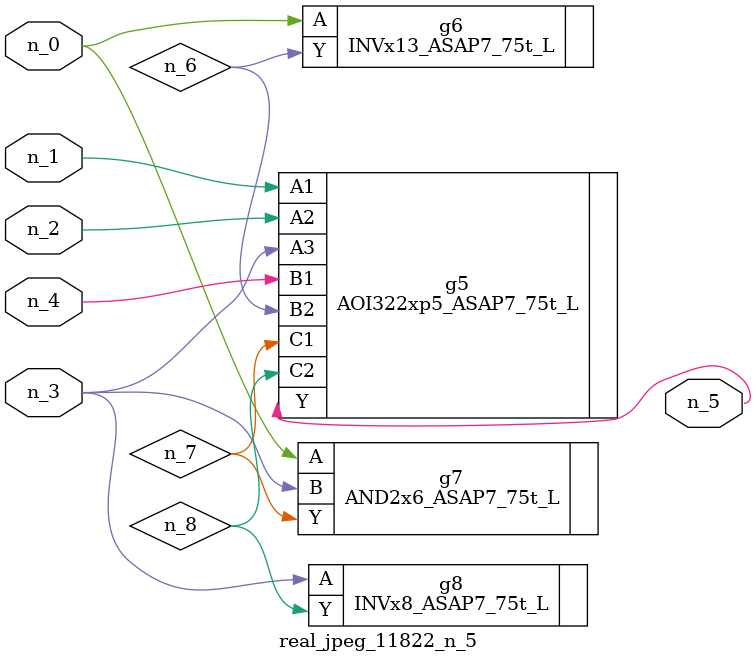
<source format=v>
module real_jpeg_11822_n_5 (n_4, n_0, n_1, n_2, n_3, n_5);

input n_4;
input n_0;
input n_1;
input n_2;
input n_3;

output n_5;

wire n_8;
wire n_6;
wire n_7;

INVx13_ASAP7_75t_L g6 ( 
.A(n_0),
.Y(n_6)
);

AND2x6_ASAP7_75t_L g7 ( 
.A(n_0),
.B(n_3),
.Y(n_7)
);

AOI322xp5_ASAP7_75t_L g5 ( 
.A1(n_1),
.A2(n_2),
.A3(n_3),
.B1(n_4),
.B2(n_6),
.C1(n_7),
.C2(n_8),
.Y(n_5)
);

INVx8_ASAP7_75t_L g8 ( 
.A(n_3),
.Y(n_8)
);


endmodule
</source>
